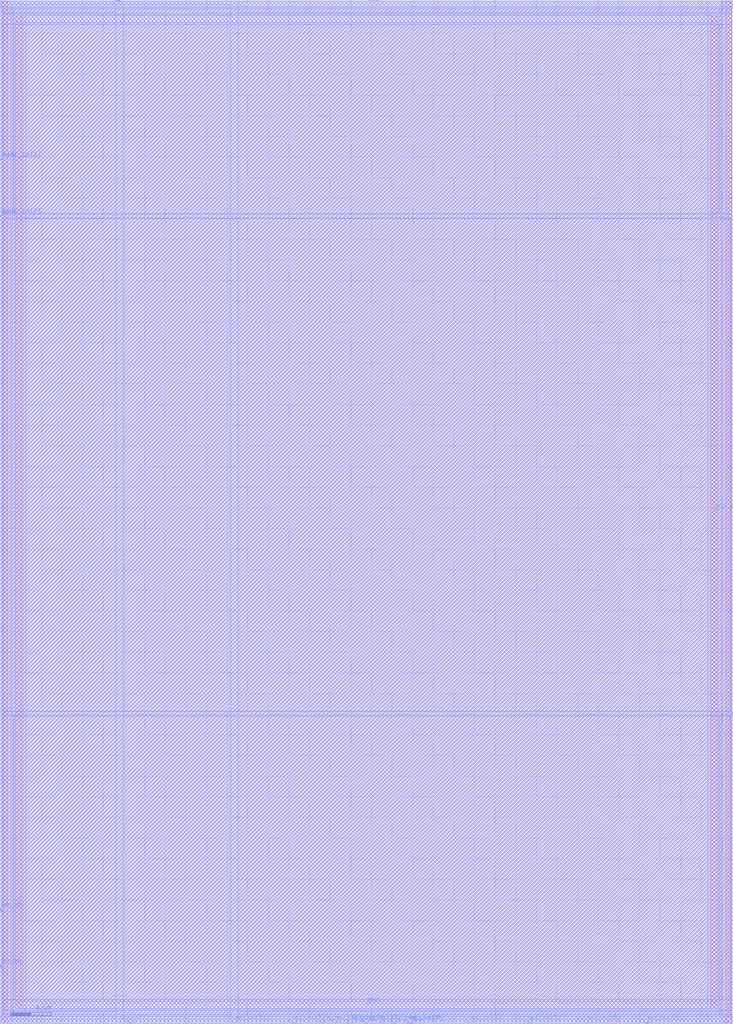
<source format=lef>
VERSION 5.4 ;
NAMESCASESENSITIVE ON ;
BUSBITCHARS "[]" ;
DIVIDERCHAR "/" ;
UNITS
  DATABASE MICRONS 2000 ;
END UNITS
MACRO SRAM_6T_CORE_16x8_MC_TB
   CLASS BLOCK ;
   SIZE 71.08 BY 99.21 ;
   SYMMETRY X Y R90 ;
   PIN wd_in[0]
      DIRECTION INPUT ;
      PORT
         LAYER metal4 ;
         RECT  22.61 0.0 22.76 0.15 ;
      END
   END wd_in[0]
   PIN wd_in[1]
      DIRECTION INPUT ;
      PORT
         LAYER metal4 ;
         RECT  28.34 0.0 28.49 0.15 ;
      END
   END wd_in[1]
   PIN wd_in[2]
      DIRECTION INPUT ;
      PORT
         LAYER metal4 ;
         RECT  34.06 0.0 34.21 0.15 ;
      END
   END wd_in[2]
   PIN wd_in[3]
      DIRECTION INPUT ;
      PORT
         LAYER metal4 ;
         RECT  39.77 0.0 39.92 0.15 ;
      END
   END wd_in[3]
   PIN wd_in[4]
      DIRECTION INPUT ;
      PORT
         LAYER metal4 ;
         RECT  45.49 0.0 45.64 0.15 ;
      END
   END wd_in[4]
   PIN wd_in[5]
      DIRECTION INPUT ;
      PORT
         LAYER metal4 ;
         RECT  51.22 0.0 51.37 0.15 ;
      END
   END wd_in[5]
   PIN wd_in[6]
      DIRECTION INPUT ;
      PORT
         LAYER metal4 ;
         RECT  56.94 0.0 57.09 0.15 ;
      END
   END wd_in[6]
   PIN wd_in[7]
      DIRECTION INPUT ;
      PORT
         LAYER metal4 ;
         RECT  62.66 0.0 62.81 0.15 ;
      END
   END wd_in[7]
   PIN addr_in[0]
      DIRECTION INPUT ;
      PORT
         LAYER metal3 ;
         RECT  0.0 78.19 0.15 78.34 ;
      END
   END addr_in[0]
   PIN addr_in[1]
      DIRECTION INPUT ;
      PORT
         LAYER metal3 ;
         RECT  0.0 83.65 0.15 83.8 ;
      END
   END addr_in[1]
   PIN addr_in[2]
      DIRECTION INPUT ;
      PORT
         LAYER metal4 ;
         RECT  11.48 99.06 11.63 99.2 ;
      END
   END addr_in[2]
   PIN addr_in[3]
      DIRECTION INPUT ;
      PORT
         LAYER metal4 ;
         RECT  11.17 99.06 11.32 99.2 ;
      END
   END addr_in[3]
   PIN ce_in
      DIRECTION INPUT ;
      PORT
         LAYER metal3 ;
         RECT  0.0 5.52 0.15 5.67 ;
      END
   END ce_in
   PIN we_in
      DIRECTION INPUT ;
      PORT
         LAYER metal3 ;
         RECT  0.0 10.98 0.15 11.13 ;
      END
   END we_in
   PIN clk
      DIRECTION INPUT ;
      PORT
         LAYER metal4 ;
         RECT  12.61 0.0 12.76 0.15 ;
      END
   END clk
   PIN rd_out[0]
      DIRECTION OUTPUT ;
      PORT
         LAYER metal4 ;
         RECT  31.12 0.0 31.27 0.15 ;
      END
   END rd_out[0]
   PIN rd_out[1]
      DIRECTION OUTPUT ;
      PORT
         LAYER metal4 ;
         RECT  32.53 0.0 32.68 0.15 ;
      END
   END rd_out[1]
   PIN rd_out[2]
      DIRECTION OUTPUT ;
      PORT
         LAYER metal4 ;
         RECT  33.64 0.0 33.79 0.15 ;
      END
   END rd_out[2]
   PIN rd_out[3]
      DIRECTION OUTPUT ;
      PORT
         LAYER metal4 ;
         RECT  35.35 0.0 35.5 0.15 ;
      END
   END rd_out[3]
   PIN rd_out[4]
      DIRECTION OUTPUT ;
      PORT
         LAYER metal4 ;
         RECT  36.76 0.0 36.91 0.15 ;
      END
   END rd_out[4]
   PIN rd_out[5]
      DIRECTION OUTPUT ;
      PORT
         LAYER metal4 ;
         RECT  38.17 0.0 38.32 0.15 ;
      END
   END rd_out[5]
   PIN rd_out[6]
      DIRECTION OUTPUT ;
      PORT
         LAYER metal4 ;
         RECT  39.45 0.0 39.6 0.15 ;
      END
   END rd_out[6]
   PIN rd_out[7]
      DIRECTION OUTPUT ;
      PORT
         LAYER metal3 ;
         RECT  70.93 29.98 71.07 30.13 ;
      END
   END rd_out[7]
   PIN vdd
      DIRECTION INOUT ;
      USE POWER ; 
      SHAPE ABUTMENT ; 
      PORT
         LAYER metal4 ;
         RECT  0.0 0.0 0.73 99.21 ;
         LAYER metal3 ;
         RECT  0.0 0.0 71.08 0.73 ;
         LAYER metal3 ;
         RECT  0.0 98.48 71.08 99.21 ;
         LAYER metal4 ;
         RECT  70.35 0.0 71.08 99.21 ;
      END
   END vdd
   PIN gnd
      DIRECTION INOUT ;
      USE GROUND ; 
      SHAPE ABUTMENT ; 
      PORT
         LAYER metal3 ;
         RECT  1.46 97.02 69.62 97.75 ;
         LAYER metal4 ;
         RECT  1.46 1.46 2.19 97.75 ;
         LAYER metal3 ;
         RECT  1.46 1.46 69.62 2.19 ;
         LAYER metal4 ;
         RECT  68.89 1.46 69.62 97.75 ;
      END
   END gnd
   OBS
   LAYER  metal1 ;
      RECT  0.14 0.14 70.94 99.07 ;
   LAYER  metal2 ;
      RECT  0.14 0.14 70.94 99.07 ;
   LAYER  metal3 ;
      RECT  0.29 78.05 70.94 78.48 ;
      RECT  0.14 78.48 0.29 83.51 ;
      RECT  0.14 5.81 0.29 10.84 ;
      RECT  0.14 11.27 0.29 78.05 ;
      RECT  0.29 29.84 70.79 30.27 ;
      RECT  0.29 30.27 70.79 78.05 ;
      RECT  70.79 30.27 70.94 78.05 ;
      RECT  0.14 0.87 0.29 5.38 ;
      RECT  70.79 0.87 70.94 29.84 ;
      RECT  0.14 83.94 0.29 98.34 ;
      RECT  0.29 78.48 1.32 96.88 ;
      RECT  0.29 96.88 1.32 97.89 ;
      RECT  0.29 97.89 1.32 98.34 ;
      RECT  1.32 78.48 69.76 96.88 ;
      RECT  1.32 97.89 69.76 98.34 ;
      RECT  69.76 78.48 70.94 96.88 ;
      RECT  69.76 96.88 70.94 97.89 ;
      RECT  69.76 97.89 70.94 98.34 ;
      RECT  0.29 0.87 1.32 1.32 ;
      RECT  0.29 1.32 1.32 2.33 ;
      RECT  0.29 2.33 1.32 29.84 ;
      RECT  1.32 0.87 69.76 1.32 ;
      RECT  1.32 2.33 69.76 29.84 ;
      RECT  69.76 0.87 70.79 1.32 ;
      RECT  69.76 1.32 70.79 2.33 ;
      RECT  69.76 2.33 70.79 29.84 ;
   LAYER  metal4 ;
      RECT  22.33 0.43 23.04 99.07 ;
      RECT  23.04 0.14 28.06 0.43 ;
      RECT  40.2 0.14 45.21 0.43 ;
      RECT  45.92 0.14 50.94 0.43 ;
      RECT  51.65 0.14 56.66 0.43 ;
      RECT  57.37 0.14 62.38 0.43 ;
      RECT  11.2 0.43 11.91 98.78 ;
      RECT  11.91 0.43 22.33 98.78 ;
      RECT  11.91 98.78 22.33 99.07 ;
      RECT  13.04 0.14 22.33 0.43 ;
      RECT  28.77 0.14 30.84 0.43 ;
      RECT  31.55 0.14 32.25 0.43 ;
      RECT  32.96 0.14 33.36 0.43 ;
      RECT  34.49 0.14 35.07 0.43 ;
      RECT  35.78 0.14 36.48 0.43 ;
      RECT  37.19 0.14 37.89 0.43 ;
      RECT  38.6 0.14 39.17 0.43 ;
      RECT  1.01 98.78 10.89 99.07 ;
      RECT  1.01 0.14 12.33 0.43 ;
      RECT  63.09 0.14 70.07 0.43 ;
      RECT  1.01 0.43 1.18 1.18 ;
      RECT  1.01 1.18 1.18 98.03 ;
      RECT  1.01 98.03 1.18 98.78 ;
      RECT  1.18 0.43 2.47 1.18 ;
      RECT  1.18 98.03 2.47 98.78 ;
      RECT  2.47 0.43 11.2 1.18 ;
      RECT  2.47 1.18 11.2 98.03 ;
      RECT  2.47 98.03 11.2 98.78 ;
      RECT  23.04 0.43 68.61 1.18 ;
      RECT  23.04 1.18 68.61 98.03 ;
      RECT  23.04 98.03 68.61 99.07 ;
      RECT  68.61 0.43 69.9 1.18 ;
      RECT  68.61 98.03 69.9 99.07 ;
      RECT  69.9 0.43 70.07 1.18 ;
      RECT  69.9 1.18 70.07 98.03 ;
      RECT  69.9 98.03 70.07 99.07 ;
   END
END    SRAM_6T_CORE_16x8_MC_TB
END    LIBRARY

</source>
